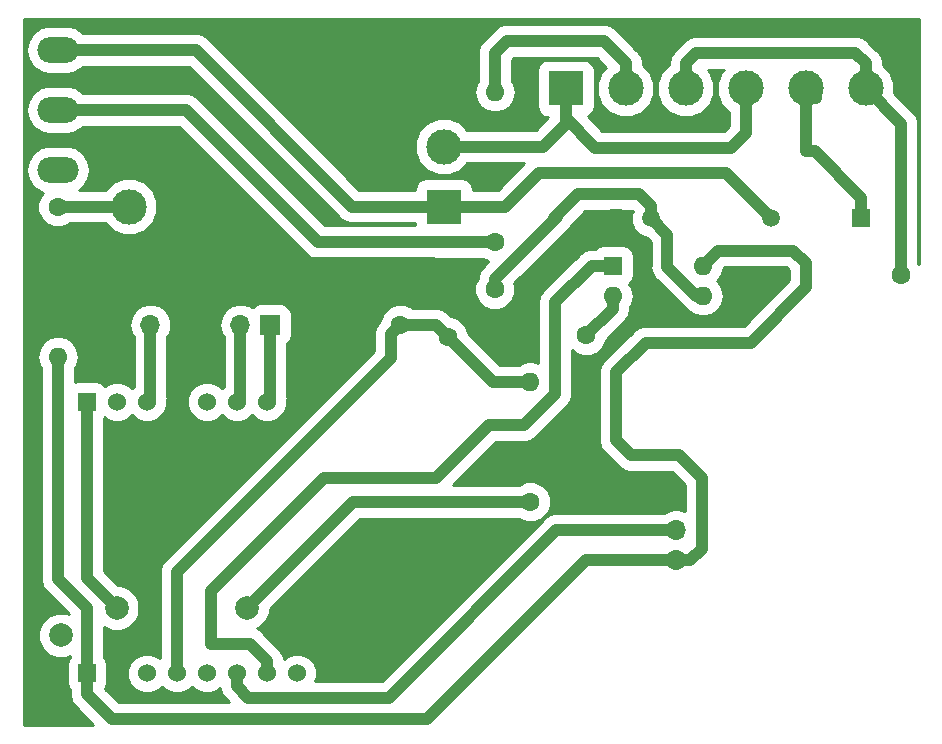
<source format=gbr>
G04 #@! TF.GenerationSoftware,KiCad,Pcbnew,(5.0.1)-4*
G04 #@! TF.CreationDate,2019-08-11T16:43:12+02:00*
G04 #@! TF.ProjectId,Portier_connecte,506F72746965725F636F6E6E65637465,rev?*
G04 #@! TF.SameCoordinates,PX93d1cc0PY754d4c0*
G04 #@! TF.FileFunction,Copper,L2,Bot,Signal*
G04 #@! TF.FilePolarity,Positive*
%FSLAX46Y46*%
G04 Gerber Fmt 4.6, Leading zero omitted, Abs format (unit mm)*
G04 Created by KiCad (PCBNEW (5.0.1)-4) date 11/08/2019 16:43:12*
%MOMM*%
%LPD*%
G01*
G04 APERTURE LIST*
G04 #@! TA.AperFunction,ComponentPad*
%ADD10C,1.600000*%
G04 #@! TD*
G04 #@! TA.AperFunction,ComponentPad*
%ADD11O,1.600000X1.600000*%
G04 #@! TD*
G04 #@! TA.AperFunction,ComponentPad*
%ADD12R,1.700000X1.700000*%
G04 #@! TD*
G04 #@! TA.AperFunction,ComponentPad*
%ADD13O,1.700000X1.700000*%
G04 #@! TD*
G04 #@! TA.AperFunction,ComponentPad*
%ADD14C,3.000000*%
G04 #@! TD*
G04 #@! TA.AperFunction,ComponentPad*
%ADD15R,3.000000X3.000000*%
G04 #@! TD*
G04 #@! TA.AperFunction,ComponentPad*
%ADD16C,1.508000*%
G04 #@! TD*
G04 #@! TA.AperFunction,ComponentPad*
%ADD17R,1.508000X1.508000*%
G04 #@! TD*
G04 #@! TA.AperFunction,ComponentPad*
%ADD18C,1.524000*%
G04 #@! TD*
G04 #@! TA.AperFunction,ComponentPad*
%ADD19R,1.524000X1.524000*%
G04 #@! TD*
G04 #@! TA.AperFunction,ComponentPad*
%ADD20R,1.600000X1.600000*%
G04 #@! TD*
G04 #@! TA.AperFunction,ComponentPad*
%ADD21O,3.500000X2.200000*%
G04 #@! TD*
G04 #@! TA.AperFunction,ViaPad*
%ADD22C,2.000000*%
G04 #@! TD*
G04 #@! TA.AperFunction,Conductor*
%ADD23C,1.000000*%
G04 #@! TD*
G04 #@! TA.AperFunction,Conductor*
%ADD24C,0.254000*%
G04 #@! TD*
G04 APERTURE END LIST*
D10*
G04 #@! TO.P,F1,1*
G04 #@! TO.N,Net-(F1-Pad1)*
X-37000000Y42000000D03*
D11*
G04 #@! TO.P,F1,2*
G04 #@! TO.N,Net-(F1-Pad2)*
X-37000000Y54700000D03*
G04 #@! TD*
D10*
G04 #@! TO.P,C1,1*
G04 #@! TO.N,Net-(C1-Pad1)*
X-41000000Y34000000D03*
G04 #@! TO.P,C1,2*
G04 #@! TO.N,GND*
X-36000000Y34000000D03*
G04 #@! TD*
D11*
G04 #@! TO.P,F2,2*
G04 #@! TO.N,+5V*
X-74000000Y32300000D03*
D10*
G04 #@! TO.P,F2,1*
G04 #@! TO.N,Net-(F2-Pad1)*
X-74000000Y45000000D03*
G04 #@! TD*
D12*
G04 #@! TO.P,J1,1*
G04 #@! TO.N,Net-(J1-Pad1)*
X-56000000Y35000000D03*
D13*
G04 #@! TO.P,J1,2*
G04 #@! TO.N,Net-(J1-Pad2)*
X-58540000Y35000000D03*
G04 #@! TO.P,J1,3*
G04 #@! TO.N,GND*
X-61080000Y35000000D03*
G04 #@! TO.P,J1,4*
X-63620000Y35000000D03*
G04 #@! TO.P,J1,5*
G04 #@! TO.N,Net-(J1-Pad5)*
X-66160000Y35000000D03*
G04 #@! TD*
D14*
G04 #@! TO.P,J2,2*
G04 #@! TO.N,Net-(F1-Pad2)*
X-25920000Y55000000D03*
G04 #@! TO.P,J2,3*
G04 #@! TO.N,Earth*
X-20840000Y55000000D03*
D15*
G04 #@! TO.P,J2,1*
G04 #@! TO.N,Net-(J2-Pad1)*
X-31000000Y55000000D03*
D14*
G04 #@! TO.P,J2,4*
X-15760000Y55000000D03*
G04 #@! TO.P,J2,5*
G04 #@! TO.N,Net-(J2-Pad5)*
X-10680000Y55000000D03*
G04 #@! TO.P,J2,6*
G04 #@! TO.N,Earth*
X-5600000Y55000000D03*
G04 #@! TD*
D16*
G04 #@! TO.P,K1,4*
G04 #@! TO.N,GND*
X-26320000Y44000000D03*
G04 #@! TO.P,K1,3*
G04 #@! TO.N,Net-(K1-Pad3)*
X-23780000Y44000000D03*
G04 #@! TO.P,K1,2*
G04 #@! TO.N,Net-(K1-Pad2)*
X-13620000Y44000000D03*
D17*
G04 #@! TO.P,K1,1*
G04 #@! TO.N,Net-(J2-Pad5)*
X-6000000Y44000000D03*
G04 #@! TD*
D12*
G04 #@! TO.P,PIR1,1*
G04 #@! TO.N,GND*
X-21650000Y20130000D03*
D13*
G04 #@! TO.P,PIR1,2*
G04 #@! TO.N,Net-(PIR1-Pad2)*
X-21650000Y17590000D03*
G04 #@! TO.P,PIR1,3*
G04 #@! TO.N,+5V*
X-21650000Y15050000D03*
G04 #@! TD*
D14*
G04 #@! TO.P,PS1,3*
G04 #@! TO.N,GND*
X-68000000Y50080000D03*
G04 #@! TO.P,PS1,2*
G04 #@! TO.N,Net-(J2-Pad1)*
X-41330000Y50080000D03*
G04 #@! TO.P,PS1,4*
G04 #@! TO.N,Net-(F2-Pad1)*
X-68000000Y45000000D03*
D15*
G04 #@! TO.P,PS1,1*
G04 #@! TO.N,Net-(K1-Pad2)*
X-41330000Y45000000D03*
G04 #@! TD*
D10*
G04 #@! TO.P,R1,1*
G04 #@! TO.N,Net-(C1-Pad1)*
X-45000000Y35000000D03*
D11*
G04 #@! TO.P,R1,2*
G04 #@! TO.N,GND*
X-50080000Y35000000D03*
G04 #@! TD*
D10*
G04 #@! TO.P,R2,1*
G04 #@! TO.N,+3V3*
X-34000000Y20000000D03*
D11*
G04 #@! TO.P,R2,2*
G04 #@! TO.N,Net-(C1-Pad1)*
X-34000000Y30160000D03*
G04 #@! TD*
G04 #@! TO.P,R3,2*
G04 #@! TO.N,GND*
X-47160000Y38000000D03*
D10*
G04 #@! TO.P,R3,1*
G04 #@! TO.N,Net-(K1-Pad3)*
X-37000000Y38000000D03*
G04 #@! TD*
G04 #@! TO.P,R4,1*
G04 #@! TO.N,Net-(R4-Pad1)*
X-29270000Y34100000D03*
D11*
G04 #@! TO.P,R4,2*
G04 #@! TO.N,GND*
X-29270000Y23940000D03*
G04 #@! TD*
D18*
G04 #@! TO.P,U1,1*
G04 #@! TO.N,GND*
X-53740000Y28490000D03*
G04 #@! TO.P,U1,2*
G04 #@! TO.N,Net-(J1-Pad1)*
X-56280000Y28490000D03*
G04 #@! TO.P,U1,3*
G04 #@! TO.N,Net-(J1-Pad2)*
X-58820000Y28490000D03*
G04 #@! TO.P,U1,4*
G04 #@! TO.N,Net-(U1-Pad4)*
X-61360000Y28490000D03*
G04 #@! TO.P,U1,5*
G04 #@! TO.N,GND*
X-63900000Y28490000D03*
G04 #@! TO.P,U1,6*
G04 #@! TO.N,Net-(J1-Pad5)*
X-66440000Y28490000D03*
G04 #@! TO.P,U1,7*
G04 #@! TO.N,Net-(U1-Pad7)*
X-68980000Y28490000D03*
D19*
G04 #@! TO.P,U1,8*
G04 #@! TO.N,+3V3*
X-71520000Y28490000D03*
G04 #@! TO.P,U1,9*
G04 #@! TO.N,+5V*
X-71550000Y5470000D03*
D18*
G04 #@! TO.P,U1,10*
G04 #@! TO.N,GND*
X-69010000Y5470000D03*
G04 #@! TO.P,U1,11*
G04 #@! TO.N,Net-(U1-Pad11)*
X-66470000Y5470000D03*
G04 #@! TO.P,U1,12*
G04 #@! TO.N,Net-(C1-Pad1)*
X-63930000Y5470000D03*
G04 #@! TO.P,U1,13*
G04 #@! TO.N,Net-(U1-Pad13)*
X-61390000Y5470000D03*
G04 #@! TO.P,U1,14*
G04 #@! TO.N,Net-(PIR1-Pad2)*
X-58850000Y5470000D03*
G04 #@! TO.P,U1,15*
G04 #@! TO.N,Net-(U1-Pad15)*
X-56310000Y5470000D03*
G04 #@! TO.P,U1,16*
G04 #@! TO.N,Net-(U1-Pad16)*
X-53770000Y5470000D03*
G04 #@! TD*
D20*
G04 #@! TO.P,U2,1*
G04 #@! TO.N,Net-(U1-Pad15)*
X-27000000Y40000000D03*
D11*
G04 #@! TO.P,U2,3*
G04 #@! TO.N,Net-(K1-Pad3)*
X-19380000Y37460000D03*
G04 #@! TO.P,U2,2*
G04 #@! TO.N,Net-(R4-Pad1)*
X-27000000Y37460000D03*
G04 #@! TO.P,U2,4*
G04 #@! TO.N,+5V*
X-19380000Y40000000D03*
G04 #@! TD*
D10*
G04 #@! TO.P,JP1,1*
G04 #@! TO.N,Earth*
X-2600000Y39180000D03*
D11*
G04 #@! TO.P,JP1,2*
G04 #@! TO.N,GND*
X-12760000Y39180000D03*
G04 #@! TD*
D21*
G04 #@! TO.P,SW1,1*
G04 #@! TO.N,Net-(K1-Pad2)*
X-74000000Y58270000D03*
G04 #@! TO.P,SW1,3*
G04 #@! TO.N,Net-(SW1-Pad3)*
X-74000000Y48110000D03*
G04 #@! TO.P,SW1,2*
G04 #@! TO.N,Net-(F1-Pad1)*
X-74000000Y53190000D03*
G04 #@! TD*
D22*
G04 #@! TO.N,*
X-73720000Y8700000D03*
G04 #@! TO.N,+3V3*
X-58000000Y11000000D03*
X-69000000Y11000000D03*
G04 #@! TD*
D23*
G04 #@! TO.N,Net-(C1-Pad1)*
X-45799999Y34200001D02*
X-45799999Y32200001D01*
X-45000000Y35000000D02*
X-45799999Y34200001D01*
X-63930000Y14070000D02*
X-63930000Y5470000D01*
X-45799999Y32200001D02*
X-63930000Y14070000D01*
X-42000000Y35000000D02*
X-41000000Y34000000D01*
X-45000000Y35000000D02*
X-42000000Y35000000D01*
X-37160000Y30160000D02*
X-34000000Y30160000D01*
X-41000000Y34000000D02*
X-37160000Y30160000D01*
G04 #@! TO.N,GND*
X-63620000Y45700000D02*
X-68000000Y50080000D01*
X-63620000Y35000000D02*
X-63620000Y45700000D01*
X-63620000Y28770000D02*
X-63900000Y28490000D01*
X-63620000Y35000000D02*
X-63620000Y28770000D01*
X-63620000Y35000000D02*
X-61080000Y35000000D01*
X-63900000Y27412370D02*
X-62487630Y26000000D01*
X-63900000Y28490000D02*
X-63900000Y27412370D01*
X-62487630Y26000000D02*
X-55000000Y26000000D01*
X-53740000Y27260000D02*
X-53740000Y28490000D01*
X-55000000Y26000000D02*
X-53740000Y27260000D01*
X-62487630Y26000000D02*
X-66000000Y22487630D01*
X-66000000Y10000000D02*
X-68000000Y8000000D01*
X-66000000Y22487630D02*
X-66000000Y10000000D01*
X-69010000Y6547630D02*
X-69010000Y5470000D01*
X-69010000Y7750000D02*
X-69010000Y6547630D01*
X-68760000Y8000000D02*
X-69010000Y7750000D01*
X-68000000Y8000000D02*
X-68760000Y8000000D01*
X-53740000Y31340000D02*
X-53740000Y28490000D01*
X-50080000Y35000000D02*
X-53740000Y31340000D01*
X-50080000Y35000000D02*
X-50080000Y36920000D01*
X-49000000Y38000000D02*
X-47160000Y38000000D01*
X-50080000Y36920000D02*
X-49000000Y38000000D01*
X-36799999Y34799999D02*
X-36000000Y34000000D01*
X-38100001Y36100001D02*
X-36799999Y34799999D01*
X-40554403Y36100001D02*
X-38100001Y36100001D01*
X-42454402Y38000000D02*
X-40554403Y36100001D01*
X-47160000Y38000000D02*
X-42454402Y38000000D01*
X-36200001Y34799999D02*
X-36799999Y34799999D01*
X-66699999Y14496001D02*
X-66699999Y9895999D01*
X-42199991Y40199991D02*
X-52745589Y40199991D01*
X-52745589Y28450411D02*
X-66699999Y14496001D01*
X-52745589Y40199991D02*
X-52745589Y28450411D01*
X-36000000Y34000000D02*
X-42199991Y40199991D01*
X-26573991Y44253991D02*
X-26320000Y44000000D01*
X-27091607Y44253991D02*
X-26573991Y44253991D01*
X-35200001Y36145597D02*
X-27091607Y44253991D01*
X-35200001Y34799999D02*
X-35200001Y36145597D01*
X-36000000Y34000000D02*
X-35200001Y34799999D01*
X-15300000Y39180000D02*
X-12760000Y39180000D01*
X-16840000Y36891998D02*
X-16840000Y37640000D01*
X-18452009Y35279989D02*
X-16840000Y36891998D01*
X-20307991Y35279989D02*
X-18452009Y35279989D01*
X-16840000Y37640000D02*
X-15300000Y39180000D01*
X-24765921Y41379604D02*
X-24765921Y39737919D01*
X-24765921Y39737919D02*
X-20307991Y35279989D01*
X-29270000Y22670000D02*
X-26730000Y20130000D01*
X-29270000Y23940000D02*
X-29270000Y22670000D01*
X-21650000Y20130000D02*
X-26730000Y20130000D01*
X-29270000Y30991998D02*
X-29270000Y23940000D01*
X-24765921Y39737919D02*
X-24765921Y35496077D01*
X-24765921Y35496077D02*
X-29270000Y30991998D01*
X-26320000Y42933683D02*
X-24765921Y41379604D01*
X-26320000Y42933683D02*
X-26320000Y44000000D01*
G04 #@! TO.N,Net-(F1-Pad1)*
X-63190000Y53190000D02*
X-74000000Y53190000D01*
X-37000000Y42000000D02*
X-52000000Y42000000D01*
X-52000000Y42000000D02*
X-63190000Y53190000D01*
G04 #@! TO.N,Net-(F1-Pad2)*
X-37000000Y58000000D02*
X-37000000Y54700000D01*
X-36000000Y59000000D02*
X-37000000Y58000000D01*
X-27798680Y59000000D02*
X-36000000Y59000000D01*
X-25920000Y55000000D02*
X-25920000Y57121320D01*
X-25920000Y57121320D02*
X-27798680Y59000000D01*
G04 #@! TO.N,+5V*
X-69449989Y1607989D02*
X-42712011Y1607989D01*
X-71550000Y5470000D02*
X-71550000Y3708000D01*
X-71550000Y3708000D02*
X-69449989Y1607989D01*
X-29270000Y15050000D02*
X-21650000Y15050000D01*
X-42712011Y1607989D02*
X-29270000Y15050000D01*
X-19499999Y22020001D02*
X-19499999Y15997920D01*
X-21419998Y23940000D02*
X-19499999Y22020001D01*
X-25460000Y23940000D02*
X-21419998Y23940000D01*
X-26730000Y25210000D02*
X-25460000Y23940000D01*
X-26730000Y30986400D02*
X-26730000Y25210000D01*
X-24236421Y33479979D02*
X-26730000Y30986400D01*
X-20447919Y15050000D02*
X-21650000Y15050000D01*
X-19380000Y40000000D02*
X-18099999Y41280001D01*
X-18099999Y41280001D02*
X-11751999Y41280001D01*
X-19499999Y15997920D02*
X-20447919Y15050000D01*
X-11751999Y41280001D02*
X-10659999Y40188001D01*
X-10659999Y40188001D02*
X-10659999Y38171999D01*
X-10659999Y38171999D02*
X-15352019Y33479979D01*
X-15352019Y33479979D02*
X-24236421Y33479979D01*
X-74000000Y32300000D02*
X-74000000Y13454402D01*
X-71550000Y11004402D02*
X-71550000Y5470000D01*
X-74000000Y13454402D02*
X-71550000Y11004402D01*
G04 #@! TO.N,Net-(F2-Pad1)*
X-68000000Y45000000D02*
X-74000000Y45000000D01*
G04 #@! TO.N,Net-(J1-Pad1)*
X-56000000Y28770000D02*
X-56280000Y28490000D01*
X-56000000Y35000000D02*
X-56000000Y28770000D01*
G04 #@! TO.N,Net-(J1-Pad2)*
X-58540000Y28770000D02*
X-58820000Y28490000D01*
X-58540000Y35000000D02*
X-58540000Y28770000D01*
G04 #@! TO.N,Net-(J1-Pad5)*
X-66160000Y28770000D02*
X-66440000Y28490000D01*
X-66160000Y35000000D02*
X-66160000Y28770000D01*
G04 #@! TO.N,Earth*
X-5600000Y57121320D02*
X-5600000Y55000000D01*
X-6478680Y58000000D02*
X-5600000Y57121320D01*
X-19961320Y58000000D02*
X-6478680Y58000000D01*
X-20840000Y57121320D02*
X-19961320Y58000000D01*
X-20840000Y55000000D02*
X-20840000Y57121320D01*
X-2600000Y52000000D02*
X-5600000Y55000000D01*
X-2600000Y39180000D02*
X-2600000Y52000000D01*
G04 #@! TO.N,Net-(J2-Pad1)*
X-15760000Y51240000D02*
X-15760000Y55000000D01*
X-17000000Y50000000D02*
X-15760000Y51240000D01*
X-28500000Y50000000D02*
X-17000000Y50000000D01*
X-31000000Y52500000D02*
X-28500000Y50000000D01*
X-31000000Y55000000D02*
X-31000000Y52500000D01*
X-32920000Y50080000D02*
X-41330000Y50080000D01*
X-31000000Y52500000D02*
X-31000000Y52000000D01*
X-31000000Y52000000D02*
X-32920000Y50080000D01*
G04 #@! TO.N,Net-(J2-Pad5)*
X-9840000Y54160000D02*
X-10680000Y55000000D01*
X-10680000Y55000000D02*
X-10680000Y49680000D01*
X-6000000Y45754000D02*
X-6000000Y44000000D01*
X-9926000Y49680000D02*
X-6000000Y45754000D01*
X-10680000Y49680000D02*
X-9926000Y49680000D01*
G04 #@! TO.N,Net-(K1-Pad3)*
X-23780000Y45066317D02*
X-23780000Y44000000D01*
X-24767684Y46054001D02*
X-23780000Y45066317D01*
X-29945999Y46054001D02*
X-24767684Y46054001D01*
X-19942404Y37460000D02*
X-19380000Y37460000D01*
X-22389990Y39907586D02*
X-19942404Y37460000D01*
X-22389990Y42609990D02*
X-22389990Y39907586D01*
X-23780000Y44000000D02*
X-22389990Y42609990D01*
X-31740000Y44151998D02*
X-31740000Y44260000D01*
X-37000000Y38891998D02*
X-31740000Y44151998D01*
X-37000000Y38000000D02*
X-37000000Y38891998D01*
X-32000000Y44000000D02*
X-31740000Y44260000D01*
X-31740000Y44260000D02*
X-29945999Y46054001D01*
G04 #@! TO.N,Net-(PIR1-Pad2)*
X-31810000Y17590000D02*
X-21650000Y17590000D01*
X-45992001Y3407999D02*
X-31810000Y17590000D01*
X-57865629Y3407999D02*
X-45992001Y3407999D01*
X-58850000Y5470000D02*
X-58850000Y4392370D01*
X-58850000Y4392370D02*
X-57865629Y3407999D01*
G04 #@! TO.N,+3V3*
X-71520000Y28490000D02*
X-71520000Y13520000D01*
X-71520000Y13520000D02*
X-69000000Y11000000D01*
X-49000000Y20000000D02*
X-58000000Y11000000D01*
X-34000000Y20000000D02*
X-49000000Y20000000D01*
G04 #@! TO.N,Net-(R4-Pad1)*
X-27000000Y36370000D02*
X-29270000Y34100000D01*
X-27000000Y37460000D02*
X-27000000Y36370000D01*
G04 #@! TO.N,Net-(U1-Pad15)*
X-56310000Y6547630D02*
X-56310000Y5470000D01*
X-57762370Y8000000D02*
X-56310000Y6547630D01*
X-61000000Y12454402D02*
X-61000000Y8000000D01*
X-51454402Y22000000D02*
X-61000000Y12454402D01*
X-42000000Y22000000D02*
X-51454402Y22000000D01*
X-34571998Y26480000D02*
X-37520000Y26480000D01*
X-61000000Y8000000D02*
X-57762370Y8000000D01*
X-37520000Y26480000D02*
X-42000000Y22000000D01*
X-28800000Y40000000D02*
X-27000000Y40000000D01*
X-31899999Y36900001D02*
X-28800000Y40000000D01*
X-31899999Y29151999D02*
X-31899999Y36900001D01*
X-34571998Y26480000D02*
X-31899999Y29151999D01*
G04 #@! TO.N,Net-(K1-Pad2)*
X-41330000Y45000000D02*
X-41000000Y45000000D01*
X-74000000Y58270000D02*
X-62330000Y58270000D01*
X-49060000Y45000000D02*
X-41330000Y45000000D01*
X-62330000Y58270000D02*
X-49060000Y45000000D01*
X-41330000Y45000000D02*
X-36150000Y45000000D01*
X-14373999Y44753999D02*
X-13620000Y44000000D01*
X-17474011Y47854011D02*
X-14373999Y44753999D01*
X-33295989Y47854011D02*
X-17474011Y47854011D01*
X-36150000Y45000000D02*
X-33295989Y47854011D01*
G04 #@! TD*
D24*
G04 #@! TO.N,GND*
G36*
X-1127000Y40136732D02*
X-1135920Y40158267D01*
X-1173000Y40195347D01*
X-1173000Y51859460D01*
X-1145045Y52000000D01*
X-1173000Y52140540D01*
X-1173000Y52140544D01*
X-1255796Y52556788D01*
X-1571191Y53028809D01*
X-1690337Y53108420D01*
X-3173000Y54591082D01*
X-3173000Y55482760D01*
X-3542489Y56374785D01*
X-4168933Y57001229D01*
X-4145045Y57121321D01*
X-4173000Y57261863D01*
X-4173000Y57261864D01*
X-4255796Y57678108D01*
X-4571192Y58150129D01*
X-4690341Y58229742D01*
X-5370256Y58909657D01*
X-5449871Y59028809D01*
X-5921892Y59344204D01*
X-6338136Y59427000D01*
X-6338140Y59427000D01*
X-6478680Y59454955D01*
X-6619220Y59427000D01*
X-19820780Y59427000D01*
X-19961321Y59454955D01*
X-20101861Y59427000D01*
X-20101864Y59427000D01*
X-20518108Y59344204D01*
X-20990129Y59028809D01*
X-21069744Y58909657D01*
X-21749659Y58229742D01*
X-21868808Y58150129D01*
X-21948420Y58030981D01*
X-22184204Y57678107D01*
X-22294955Y57121320D01*
X-22271067Y57001229D01*
X-22897511Y56374785D01*
X-23267000Y55482760D01*
X-23267000Y54517240D01*
X-22897511Y53625215D01*
X-22214785Y52942489D01*
X-21322760Y52573000D01*
X-20357240Y52573000D01*
X-19465215Y52942489D01*
X-18782489Y53625215D01*
X-18413000Y54517240D01*
X-18413000Y55482760D01*
X-18782489Y56374785D01*
X-18980704Y56573000D01*
X-17619296Y56573000D01*
X-17817511Y56374785D01*
X-18187000Y55482760D01*
X-18187000Y54517240D01*
X-17817511Y53625215D01*
X-17187000Y52994704D01*
X-17187000Y51831082D01*
X-17591082Y51427000D01*
X-27908917Y51427000D01*
X-29120559Y52638641D01*
X-28831670Y52831670D01*
X-28626785Y53138303D01*
X-28554839Y53500000D01*
X-28554839Y56500000D01*
X-28626785Y56861697D01*
X-28831670Y57168330D01*
X-29138303Y57373215D01*
X-29500000Y57445161D01*
X-32500000Y57445161D01*
X-32861697Y57373215D01*
X-33168330Y57168330D01*
X-33373215Y56861697D01*
X-33445161Y56500000D01*
X-33445161Y53500000D01*
X-33373215Y53138303D01*
X-33168330Y52831670D01*
X-32861697Y52626785D01*
X-32500000Y52554839D01*
X-32463243Y52554839D01*
X-33511081Y51507000D01*
X-39324704Y51507000D01*
X-39955215Y52137511D01*
X-40847240Y52507000D01*
X-41812760Y52507000D01*
X-42704785Y52137511D01*
X-43387511Y51454785D01*
X-43757000Y50562760D01*
X-43757000Y49597240D01*
X-43387511Y48705215D01*
X-42704785Y48022489D01*
X-41812760Y47653000D01*
X-40847240Y47653000D01*
X-39955215Y48022489D01*
X-39324704Y48653000D01*
X-34515082Y48653000D01*
X-36741081Y46427000D01*
X-38884839Y46427000D01*
X-38884839Y46500000D01*
X-38956785Y46861697D01*
X-39161670Y47168330D01*
X-39468303Y47373215D01*
X-39830000Y47445161D01*
X-42830000Y47445161D01*
X-43191697Y47373215D01*
X-43498330Y47168330D01*
X-43703215Y46861697D01*
X-43775161Y46500000D01*
X-43775161Y46427000D01*
X-48468917Y46427000D01*
X-56741918Y54700000D01*
X-38760833Y54700000D01*
X-38626798Y54026158D01*
X-38245097Y53454903D01*
X-37673842Y53073202D01*
X-37170091Y52973000D01*
X-36829909Y52973000D01*
X-36326158Y53073202D01*
X-35754903Y53454903D01*
X-35373202Y54026158D01*
X-35239167Y54700000D01*
X-35373202Y55373842D01*
X-35573000Y55672860D01*
X-35573000Y57408918D01*
X-35408918Y57573000D01*
X-28389761Y57573000D01*
X-27584529Y56767767D01*
X-27977511Y56374785D01*
X-28347000Y55482760D01*
X-28347000Y54517240D01*
X-27977511Y53625215D01*
X-27294785Y52942489D01*
X-26402760Y52573000D01*
X-25437240Y52573000D01*
X-24545215Y52942489D01*
X-23862489Y53625215D01*
X-23493000Y54517240D01*
X-23493000Y55482760D01*
X-23862489Y56374785D01*
X-24488933Y57001229D01*
X-24465045Y57121320D01*
X-24493000Y57261863D01*
X-24493000Y57261864D01*
X-24575796Y57678108D01*
X-24790877Y57999999D01*
X-24811579Y58030982D01*
X-24811580Y58030983D01*
X-24891191Y58150129D01*
X-25010338Y58229740D01*
X-26690256Y59909658D01*
X-26769871Y60028809D01*
X-27241892Y60344204D01*
X-27658136Y60427000D01*
X-27658140Y60427000D01*
X-27798680Y60454955D01*
X-27939220Y60427000D01*
X-35859460Y60427000D01*
X-36000000Y60454955D01*
X-36140540Y60427000D01*
X-36140544Y60427000D01*
X-36556788Y60344204D01*
X-36787125Y60190298D01*
X-36909662Y60108421D01*
X-36909663Y60108420D01*
X-37028809Y60028809D01*
X-37108421Y59909662D01*
X-37909660Y59108421D01*
X-38028809Y59028808D01*
X-38344204Y58556787D01*
X-38427000Y58140543D01*
X-38427000Y58140540D01*
X-38454955Y58000000D01*
X-38427000Y57859459D01*
X-38426999Y55672861D01*
X-38626798Y55373842D01*
X-38760833Y54700000D01*
X-56741918Y54700000D01*
X-61221576Y59179657D01*
X-61301191Y59298809D01*
X-61773212Y59614204D01*
X-62189456Y59697000D01*
X-62189460Y59697000D01*
X-62330000Y59724955D01*
X-62470540Y59697000D01*
X-71865640Y59697000D01*
X-71888615Y59731385D01*
X-72559104Y60179392D01*
X-73150359Y60297000D01*
X-74849641Y60297000D01*
X-75440896Y60179392D01*
X-76111385Y59731385D01*
X-76559392Y59060896D01*
X-76716711Y58270000D01*
X-76559392Y57479104D01*
X-76111385Y56808615D01*
X-75440896Y56360608D01*
X-74849641Y56243000D01*
X-73150359Y56243000D01*
X-72559104Y56360608D01*
X-71888615Y56808615D01*
X-71865640Y56843000D01*
X-62921081Y56843000D01*
X-50168420Y44090337D01*
X-50088809Y43971191D01*
X-49969663Y43891580D01*
X-49969662Y43891579D01*
X-49631503Y43665628D01*
X-49616788Y43655796D01*
X-49200544Y43573000D01*
X-49200541Y43573000D01*
X-49060000Y43545045D01*
X-48919460Y43573000D01*
X-43775161Y43573000D01*
X-43775161Y43500000D01*
X-43760640Y43427000D01*
X-51408917Y43427000D01*
X-62081576Y54099657D01*
X-62161191Y54218809D01*
X-62633212Y54534204D01*
X-63049456Y54617000D01*
X-63049460Y54617000D01*
X-63190000Y54644955D01*
X-63330540Y54617000D01*
X-71865640Y54617000D01*
X-71888615Y54651385D01*
X-72559104Y55099392D01*
X-73150359Y55217000D01*
X-74849641Y55217000D01*
X-75440896Y55099392D01*
X-76111385Y54651385D01*
X-76559392Y53980896D01*
X-76716711Y53190000D01*
X-76559392Y52399104D01*
X-76111385Y51728615D01*
X-75440896Y51280608D01*
X-74849641Y51163000D01*
X-73150359Y51163000D01*
X-72559104Y51280608D01*
X-71888615Y51728615D01*
X-71865640Y51763000D01*
X-63781081Y51763000D01*
X-53108420Y41090337D01*
X-53028809Y40971191D01*
X-52909663Y40891580D01*
X-52909662Y40891579D01*
X-52583796Y40673842D01*
X-52556788Y40655796D01*
X-52140544Y40573000D01*
X-52140541Y40573000D01*
X-52000000Y40545045D01*
X-51859460Y40573000D01*
X-38015347Y40573000D01*
X-37978267Y40535920D01*
X-37551098Y40358981D01*
X-37909659Y40000420D01*
X-38028808Y39920807D01*
X-38344204Y39448786D01*
X-38427000Y39032542D01*
X-38427000Y39032538D01*
X-38431269Y39011078D01*
X-38464080Y38978267D01*
X-38727000Y38343522D01*
X-38727000Y37656478D01*
X-38464080Y37021733D01*
X-37978267Y36535920D01*
X-37343522Y36273000D01*
X-36656478Y36273000D01*
X-36021733Y36535920D01*
X-35535920Y37021733D01*
X-35273000Y37656478D01*
X-35273000Y38343522D01*
X-35348389Y38525528D01*
X-30830335Y43043580D01*
X-30711192Y43123189D01*
X-30631582Y43242333D01*
X-30631580Y43242335D01*
X-30414095Y43567823D01*
X-29354917Y44627001D01*
X-25358765Y44627001D01*
X-25345347Y44613583D01*
X-25461000Y44334372D01*
X-25461000Y43665628D01*
X-25205083Y43047790D01*
X-24732210Y42574917D01*
X-24118997Y42320916D01*
X-23816990Y42018908D01*
X-23816989Y40048131D01*
X-23844945Y39907586D01*
X-23734194Y39350799D01*
X-23734193Y39350798D01*
X-23418798Y38878777D01*
X-23299649Y38799164D01*
X-21050826Y36550340D01*
X-20971213Y36431191D01*
X-20499192Y36115796D01*
X-20467270Y36109446D01*
X-20053842Y35833202D01*
X-19550091Y35733000D01*
X-19209909Y35733000D01*
X-18706158Y35833202D01*
X-18134903Y36214903D01*
X-17753202Y36786158D01*
X-17619167Y37460000D01*
X-17753202Y38133842D01*
X-18134903Y38705097D01*
X-18172173Y38730000D01*
X-18134903Y38754903D01*
X-17753202Y39326158D01*
X-17683042Y39678876D01*
X-17508917Y39853001D01*
X-12343080Y39853001D01*
X-12086999Y39596919D01*
X-12086998Y38763082D01*
X-15943100Y34906979D01*
X-24095881Y34906979D01*
X-24236422Y34934934D01*
X-24376962Y34906979D01*
X-24376965Y34906979D01*
X-24793209Y34824183D01*
X-25265230Y34508788D01*
X-25344842Y34389640D01*
X-27639660Y32094822D01*
X-27758809Y32015208D01*
X-28074204Y31543187D01*
X-28157000Y31126943D01*
X-28157000Y31126940D01*
X-28184955Y30986400D01*
X-28157000Y30845859D01*
X-28156999Y25350545D01*
X-28184955Y25210000D01*
X-28074204Y24653213D01*
X-28074203Y24653212D01*
X-27758808Y24181191D01*
X-27639659Y24101578D01*
X-26568422Y23030340D01*
X-26488809Y22911191D01*
X-26016788Y22595796D01*
X-25600544Y22513000D01*
X-25600541Y22513000D01*
X-25460001Y22485045D01*
X-25319460Y22513000D01*
X-22011079Y22513000D01*
X-20926999Y21428918D01*
X-20926999Y19244085D01*
X-20956649Y19263897D01*
X-21474983Y19367000D01*
X-21825017Y19367000D01*
X-22343351Y19263897D01*
X-22712858Y19017000D01*
X-31669460Y19017000D01*
X-31810001Y19044955D01*
X-31950541Y19017000D01*
X-31950544Y19017000D01*
X-32366788Y18934204D01*
X-32838809Y18618809D01*
X-32918422Y18499660D01*
X-46583082Y4834999D01*
X-52204866Y4834999D01*
X-52081000Y5134037D01*
X-52081000Y5805963D01*
X-52338135Y6426741D01*
X-52813259Y6901865D01*
X-53434037Y7159000D01*
X-54105963Y7159000D01*
X-54726741Y6901865D01*
X-54892529Y6736077D01*
X-54965796Y7104418D01*
X-55002267Y7159000D01*
X-55201580Y7457293D01*
X-55201582Y7457295D01*
X-55281192Y7576439D01*
X-55400336Y7656048D01*
X-56653947Y8909658D01*
X-56733561Y9028809D01*
X-57112349Y9281907D01*
X-56908442Y9366368D01*
X-56366368Y9908442D01*
X-56073000Y10616696D01*
X-56073000Y10908919D01*
X-48408918Y18573000D01*
X-35015347Y18573000D01*
X-34978267Y18535920D01*
X-34343522Y18273000D01*
X-33656478Y18273000D01*
X-33021733Y18535920D01*
X-32535920Y19021733D01*
X-32273000Y19656478D01*
X-32273000Y20343522D01*
X-32535920Y20978267D01*
X-33021733Y21464080D01*
X-33656478Y21727000D01*
X-34343522Y21727000D01*
X-34978267Y21464080D01*
X-35015347Y21427000D01*
X-40554919Y21427000D01*
X-36928917Y25053000D01*
X-34712538Y25053000D01*
X-34571998Y25025045D01*
X-34431458Y25053000D01*
X-34431454Y25053000D01*
X-34015210Y25135796D01*
X-33543189Y25451191D01*
X-33463574Y25570343D01*
X-30990337Y28043579D01*
X-30871191Y28123190D01*
X-30555795Y28595211D01*
X-30472999Y29011455D01*
X-30472999Y29011458D01*
X-30445044Y29151998D01*
X-30472999Y29292539D01*
X-30472999Y32860652D01*
X-30248267Y32635920D01*
X-29613522Y32373000D01*
X-28926478Y32373000D01*
X-28291733Y32635920D01*
X-27805920Y33121733D01*
X-27543000Y33756478D01*
X-27543000Y33808918D01*
X-26090337Y35261580D01*
X-25971191Y35341191D01*
X-25873016Y35488119D01*
X-25655796Y35813212D01*
X-25617638Y36005045D01*
X-25573000Y36229456D01*
X-25573000Y36229459D01*
X-25545045Y36370000D01*
X-25569413Y36492508D01*
X-25373202Y36786158D01*
X-25239167Y37460000D01*
X-25373202Y38133842D01*
X-25605887Y38482080D01*
X-25531670Y38531670D01*
X-25326785Y38838303D01*
X-25254839Y39200000D01*
X-25254839Y40800000D01*
X-25326785Y41161697D01*
X-25531670Y41468330D01*
X-25838303Y41673215D01*
X-26200000Y41745161D01*
X-27800000Y41745161D01*
X-28161697Y41673215D01*
X-28468330Y41468330D01*
X-28495946Y41427000D01*
X-28659460Y41427000D01*
X-28800000Y41454955D01*
X-28940540Y41427000D01*
X-28940544Y41427000D01*
X-29356788Y41344204D01*
X-29547446Y41216810D01*
X-29709662Y41108421D01*
X-29709663Y41108420D01*
X-29828809Y41028809D01*
X-29908420Y40909663D01*
X-32809658Y38008423D01*
X-32928807Y37928810D01*
X-33008419Y37809662D01*
X-33244203Y37456788D01*
X-33354954Y36900001D01*
X-33326998Y36759456D01*
X-33326999Y31786965D01*
X-33829909Y31887000D01*
X-34170091Y31887000D01*
X-34673842Y31786798D01*
X-34972860Y31587000D01*
X-36568918Y31587000D01*
X-39273000Y34291081D01*
X-39273000Y34343522D01*
X-39535920Y34978267D01*
X-40021733Y35464080D01*
X-40656478Y35727000D01*
X-40708918Y35727000D01*
X-40891577Y35909658D01*
X-40971191Y36028809D01*
X-41443212Y36344204D01*
X-41859456Y36427000D01*
X-41859460Y36427000D01*
X-42000000Y36454955D01*
X-42140540Y36427000D01*
X-43984653Y36427000D01*
X-44021733Y36464080D01*
X-44656478Y36727000D01*
X-45343522Y36727000D01*
X-45978267Y36464080D01*
X-46464080Y35978267D01*
X-46727000Y35343522D01*
X-46727000Y35296835D01*
X-46828808Y35228809D01*
X-47144203Y34756788D01*
X-47226999Y34340544D01*
X-47226999Y34340541D01*
X-47254954Y34200001D01*
X-47226999Y34059460D01*
X-47226998Y32791084D01*
X-64839659Y15178422D01*
X-64958809Y15098808D01*
X-65274204Y14626787D01*
X-65357000Y14210543D01*
X-65357000Y14210540D01*
X-65384955Y14070000D01*
X-65357000Y13929460D01*
X-65356999Y6745605D01*
X-65513259Y6901865D01*
X-66134037Y7159000D01*
X-66805963Y7159000D01*
X-67426741Y6901865D01*
X-67901865Y6426741D01*
X-68159000Y5805963D01*
X-68159000Y5134037D01*
X-67901865Y4513259D01*
X-67426741Y4038135D01*
X-66805963Y3781000D01*
X-66134037Y3781000D01*
X-65513259Y4038135D01*
X-65200000Y4351394D01*
X-64886741Y4038135D01*
X-64265963Y3781000D01*
X-63594037Y3781000D01*
X-62973259Y4038135D01*
X-62660000Y4351394D01*
X-62346741Y4038135D01*
X-61725963Y3781000D01*
X-61054037Y3781000D01*
X-60433259Y4038135D01*
X-60267471Y4203923D01*
X-60194204Y3835582D01*
X-59878808Y3363561D01*
X-59759660Y3283949D01*
X-59510701Y3034989D01*
X-68858907Y3034989D01*
X-70017098Y4193180D01*
X-69914785Y4346303D01*
X-69842839Y4708000D01*
X-69842839Y6232000D01*
X-69914785Y6593697D01*
X-70119670Y6900330D01*
X-70123000Y6902555D01*
X-70123000Y9397810D01*
X-70091558Y9366368D01*
X-69383304Y9073000D01*
X-68616696Y9073000D01*
X-67908442Y9366368D01*
X-67366368Y9908442D01*
X-67073000Y10616696D01*
X-67073000Y11383304D01*
X-67366368Y12091558D01*
X-67908442Y12633632D01*
X-68616696Y12927000D01*
X-68908918Y12927000D01*
X-70093000Y14111081D01*
X-70093000Y27057445D01*
X-70089670Y27059670D01*
X-70029030Y27150424D01*
X-69936741Y27058135D01*
X-69315963Y26801000D01*
X-68644037Y26801000D01*
X-68023259Y27058135D01*
X-67710000Y27371394D01*
X-67396741Y27058135D01*
X-66775963Y26801000D01*
X-66104037Y26801000D01*
X-65483259Y27058135D01*
X-65008135Y27533259D01*
X-64751000Y28154037D01*
X-64751000Y28538964D01*
X-64733000Y28629456D01*
X-64733000Y28629460D01*
X-64705045Y28770000D01*
X-64716176Y28825963D01*
X-63049000Y28825963D01*
X-63049000Y28154037D01*
X-62791865Y27533259D01*
X-62316741Y27058135D01*
X-61695963Y26801000D01*
X-61024037Y26801000D01*
X-60403259Y27058135D01*
X-60090000Y27371394D01*
X-59776741Y27058135D01*
X-59155963Y26801000D01*
X-58484037Y26801000D01*
X-57863259Y27058135D01*
X-57550000Y27371394D01*
X-57236741Y27058135D01*
X-56615963Y26801000D01*
X-55944037Y26801000D01*
X-55323259Y27058135D01*
X-54848135Y27533259D01*
X-54591000Y28154037D01*
X-54591000Y28538964D01*
X-54573000Y28629456D01*
X-54573000Y28629460D01*
X-54545045Y28770000D01*
X-54573000Y28910540D01*
X-54573000Y33420645D01*
X-54481670Y33481670D01*
X-54276785Y33788303D01*
X-54204839Y34150000D01*
X-54204839Y35850000D01*
X-54276785Y36211697D01*
X-54481670Y36518330D01*
X-54788303Y36723215D01*
X-55150000Y36795161D01*
X-56850000Y36795161D01*
X-57211697Y36723215D01*
X-57518330Y36518330D01*
X-57547806Y36474216D01*
X-57846649Y36673897D01*
X-58364983Y36777000D01*
X-58715017Y36777000D01*
X-59233351Y36673897D01*
X-59821145Y36281145D01*
X-60213897Y35693351D01*
X-60351813Y35000000D01*
X-60213897Y34306649D01*
X-59967000Y33937142D01*
X-59966999Y29731607D01*
X-60090000Y29608606D01*
X-60403259Y29921865D01*
X-61024037Y30179000D01*
X-61695963Y30179000D01*
X-62316741Y29921865D01*
X-62791865Y29446741D01*
X-63049000Y28825963D01*
X-64716176Y28825963D01*
X-64733000Y28910540D01*
X-64733000Y33937142D01*
X-64486103Y34306649D01*
X-64348187Y35000000D01*
X-64486103Y35693351D01*
X-64878855Y36281145D01*
X-65466649Y36673897D01*
X-65984983Y36777000D01*
X-66335017Y36777000D01*
X-66853351Y36673897D01*
X-67441145Y36281145D01*
X-67833897Y35693351D01*
X-67971813Y35000000D01*
X-67833897Y34306649D01*
X-67587000Y33937142D01*
X-67586999Y29731607D01*
X-67710000Y29608606D01*
X-68023259Y29921865D01*
X-68644037Y30179000D01*
X-69315963Y30179000D01*
X-69936741Y29921865D01*
X-70029030Y29829576D01*
X-70089670Y29920330D01*
X-70396303Y30125215D01*
X-70758000Y30197161D01*
X-72282000Y30197161D01*
X-72573000Y30139278D01*
X-72573000Y31327140D01*
X-72373202Y31626158D01*
X-72239167Y32300000D01*
X-72373202Y32973842D01*
X-72754903Y33545097D01*
X-73326158Y33926798D01*
X-73829909Y34027000D01*
X-74170091Y34027000D01*
X-74673842Y33926798D01*
X-75245097Y33545097D01*
X-75626798Y32973842D01*
X-75760833Y32300000D01*
X-75626798Y31626158D01*
X-75427000Y31327140D01*
X-75426999Y13594947D01*
X-75454955Y13454402D01*
X-75344204Y12897615D01*
X-75344203Y12897614D01*
X-75028808Y12425593D01*
X-74909659Y12345980D01*
X-73087431Y10523751D01*
X-73336696Y10627000D01*
X-74103304Y10627000D01*
X-74811558Y10333632D01*
X-75353632Y9791558D01*
X-75647000Y9083304D01*
X-75647000Y8316696D01*
X-75353632Y7608442D01*
X-74811558Y7066368D01*
X-74103304Y6773000D01*
X-73336696Y6773000D01*
X-72976999Y6921991D01*
X-72976999Y6902556D01*
X-72980330Y6900330D01*
X-73185215Y6593697D01*
X-73257161Y6232000D01*
X-73257161Y4708000D01*
X-73185215Y4346303D01*
X-72980330Y4039670D01*
X-72976999Y4037444D01*
X-72976999Y3848545D01*
X-73004955Y3708000D01*
X-72894204Y3151213D01*
X-72894203Y3151212D01*
X-72578808Y2679191D01*
X-72459659Y2599578D01*
X-70987082Y1127000D01*
X-76873000Y1127000D01*
X-76873000Y48110000D01*
X-76716711Y48110000D01*
X-76559392Y47319104D01*
X-76111385Y46648615D01*
X-75440896Y46200608D01*
X-75274781Y46167566D01*
X-75464080Y45978267D01*
X-75727000Y45343522D01*
X-75727000Y44656478D01*
X-75464080Y44021733D01*
X-74978267Y43535920D01*
X-74343522Y43273000D01*
X-73656478Y43273000D01*
X-73021733Y43535920D01*
X-72984653Y43573000D01*
X-70005296Y43573000D01*
X-69374785Y42942489D01*
X-68482760Y42573000D01*
X-67517240Y42573000D01*
X-66625215Y42942489D01*
X-65942489Y43625215D01*
X-65573000Y44517240D01*
X-65573000Y45482760D01*
X-65942489Y46374785D01*
X-66625215Y47057511D01*
X-67517240Y47427000D01*
X-68482760Y47427000D01*
X-69374785Y47057511D01*
X-70005296Y46427000D01*
X-72220285Y46427000D01*
X-71888615Y46648615D01*
X-71440608Y47319104D01*
X-71283289Y48110000D01*
X-71440608Y48900896D01*
X-71888615Y49571385D01*
X-72559104Y50019392D01*
X-73150359Y50137000D01*
X-74849641Y50137000D01*
X-75440896Y50019392D01*
X-76111385Y49571385D01*
X-76559392Y48900896D01*
X-76716711Y48110000D01*
X-76873000Y48110000D01*
X-76873000Y60873000D01*
X-1127000Y60873000D01*
X-1127000Y40136732D01*
X-1127000Y40136732D01*
G37*
X-1127000Y40136732D02*
X-1135920Y40158267D01*
X-1173000Y40195347D01*
X-1173000Y51859460D01*
X-1145045Y52000000D01*
X-1173000Y52140540D01*
X-1173000Y52140544D01*
X-1255796Y52556788D01*
X-1571191Y53028809D01*
X-1690337Y53108420D01*
X-3173000Y54591082D01*
X-3173000Y55482760D01*
X-3542489Y56374785D01*
X-4168933Y57001229D01*
X-4145045Y57121321D01*
X-4173000Y57261863D01*
X-4173000Y57261864D01*
X-4255796Y57678108D01*
X-4571192Y58150129D01*
X-4690341Y58229742D01*
X-5370256Y58909657D01*
X-5449871Y59028809D01*
X-5921892Y59344204D01*
X-6338136Y59427000D01*
X-6338140Y59427000D01*
X-6478680Y59454955D01*
X-6619220Y59427000D01*
X-19820780Y59427000D01*
X-19961321Y59454955D01*
X-20101861Y59427000D01*
X-20101864Y59427000D01*
X-20518108Y59344204D01*
X-20990129Y59028809D01*
X-21069744Y58909657D01*
X-21749659Y58229742D01*
X-21868808Y58150129D01*
X-21948420Y58030981D01*
X-22184204Y57678107D01*
X-22294955Y57121320D01*
X-22271067Y57001229D01*
X-22897511Y56374785D01*
X-23267000Y55482760D01*
X-23267000Y54517240D01*
X-22897511Y53625215D01*
X-22214785Y52942489D01*
X-21322760Y52573000D01*
X-20357240Y52573000D01*
X-19465215Y52942489D01*
X-18782489Y53625215D01*
X-18413000Y54517240D01*
X-18413000Y55482760D01*
X-18782489Y56374785D01*
X-18980704Y56573000D01*
X-17619296Y56573000D01*
X-17817511Y56374785D01*
X-18187000Y55482760D01*
X-18187000Y54517240D01*
X-17817511Y53625215D01*
X-17187000Y52994704D01*
X-17187000Y51831082D01*
X-17591082Y51427000D01*
X-27908917Y51427000D01*
X-29120559Y52638641D01*
X-28831670Y52831670D01*
X-28626785Y53138303D01*
X-28554839Y53500000D01*
X-28554839Y56500000D01*
X-28626785Y56861697D01*
X-28831670Y57168330D01*
X-29138303Y57373215D01*
X-29500000Y57445161D01*
X-32500000Y57445161D01*
X-32861697Y57373215D01*
X-33168330Y57168330D01*
X-33373215Y56861697D01*
X-33445161Y56500000D01*
X-33445161Y53500000D01*
X-33373215Y53138303D01*
X-33168330Y52831670D01*
X-32861697Y52626785D01*
X-32500000Y52554839D01*
X-32463243Y52554839D01*
X-33511081Y51507000D01*
X-39324704Y51507000D01*
X-39955215Y52137511D01*
X-40847240Y52507000D01*
X-41812760Y52507000D01*
X-42704785Y52137511D01*
X-43387511Y51454785D01*
X-43757000Y50562760D01*
X-43757000Y49597240D01*
X-43387511Y48705215D01*
X-42704785Y48022489D01*
X-41812760Y47653000D01*
X-40847240Y47653000D01*
X-39955215Y48022489D01*
X-39324704Y48653000D01*
X-34515082Y48653000D01*
X-36741081Y46427000D01*
X-38884839Y46427000D01*
X-38884839Y46500000D01*
X-38956785Y46861697D01*
X-39161670Y47168330D01*
X-39468303Y47373215D01*
X-39830000Y47445161D01*
X-42830000Y47445161D01*
X-43191697Y47373215D01*
X-43498330Y47168330D01*
X-43703215Y46861697D01*
X-43775161Y46500000D01*
X-43775161Y46427000D01*
X-48468917Y46427000D01*
X-56741918Y54700000D01*
X-38760833Y54700000D01*
X-38626798Y54026158D01*
X-38245097Y53454903D01*
X-37673842Y53073202D01*
X-37170091Y52973000D01*
X-36829909Y52973000D01*
X-36326158Y53073202D01*
X-35754903Y53454903D01*
X-35373202Y54026158D01*
X-35239167Y54700000D01*
X-35373202Y55373842D01*
X-35573000Y55672860D01*
X-35573000Y57408918D01*
X-35408918Y57573000D01*
X-28389761Y57573000D01*
X-27584529Y56767767D01*
X-27977511Y56374785D01*
X-28347000Y55482760D01*
X-28347000Y54517240D01*
X-27977511Y53625215D01*
X-27294785Y52942489D01*
X-26402760Y52573000D01*
X-25437240Y52573000D01*
X-24545215Y52942489D01*
X-23862489Y53625215D01*
X-23493000Y54517240D01*
X-23493000Y55482760D01*
X-23862489Y56374785D01*
X-24488933Y57001229D01*
X-24465045Y57121320D01*
X-24493000Y57261863D01*
X-24493000Y57261864D01*
X-24575796Y57678108D01*
X-24790877Y57999999D01*
X-24811579Y58030982D01*
X-24811580Y58030983D01*
X-24891191Y58150129D01*
X-25010338Y58229740D01*
X-26690256Y59909658D01*
X-26769871Y60028809D01*
X-27241892Y60344204D01*
X-27658136Y60427000D01*
X-27658140Y60427000D01*
X-27798680Y60454955D01*
X-27939220Y60427000D01*
X-35859460Y60427000D01*
X-36000000Y60454955D01*
X-36140540Y60427000D01*
X-36140544Y60427000D01*
X-36556788Y60344204D01*
X-36787125Y60190298D01*
X-36909662Y60108421D01*
X-36909663Y60108420D01*
X-37028809Y60028809D01*
X-37108421Y59909662D01*
X-37909660Y59108421D01*
X-38028809Y59028808D01*
X-38344204Y58556787D01*
X-38427000Y58140543D01*
X-38427000Y58140540D01*
X-38454955Y58000000D01*
X-38427000Y57859459D01*
X-38426999Y55672861D01*
X-38626798Y55373842D01*
X-38760833Y54700000D01*
X-56741918Y54700000D01*
X-61221576Y59179657D01*
X-61301191Y59298809D01*
X-61773212Y59614204D01*
X-62189456Y59697000D01*
X-62189460Y59697000D01*
X-62330000Y59724955D01*
X-62470540Y59697000D01*
X-71865640Y59697000D01*
X-71888615Y59731385D01*
X-72559104Y60179392D01*
X-73150359Y60297000D01*
X-74849641Y60297000D01*
X-75440896Y60179392D01*
X-76111385Y59731385D01*
X-76559392Y59060896D01*
X-76716711Y58270000D01*
X-76559392Y57479104D01*
X-76111385Y56808615D01*
X-75440896Y56360608D01*
X-74849641Y56243000D01*
X-73150359Y56243000D01*
X-72559104Y56360608D01*
X-71888615Y56808615D01*
X-71865640Y56843000D01*
X-62921081Y56843000D01*
X-50168420Y44090337D01*
X-50088809Y43971191D01*
X-49969663Y43891580D01*
X-49969662Y43891579D01*
X-49631503Y43665628D01*
X-49616788Y43655796D01*
X-49200544Y43573000D01*
X-49200541Y43573000D01*
X-49060000Y43545045D01*
X-48919460Y43573000D01*
X-43775161Y43573000D01*
X-43775161Y43500000D01*
X-43760640Y43427000D01*
X-51408917Y43427000D01*
X-62081576Y54099657D01*
X-62161191Y54218809D01*
X-62633212Y54534204D01*
X-63049456Y54617000D01*
X-63049460Y54617000D01*
X-63190000Y54644955D01*
X-63330540Y54617000D01*
X-71865640Y54617000D01*
X-71888615Y54651385D01*
X-72559104Y55099392D01*
X-73150359Y55217000D01*
X-74849641Y55217000D01*
X-75440896Y55099392D01*
X-76111385Y54651385D01*
X-76559392Y53980896D01*
X-76716711Y53190000D01*
X-76559392Y52399104D01*
X-76111385Y51728615D01*
X-75440896Y51280608D01*
X-74849641Y51163000D01*
X-73150359Y51163000D01*
X-72559104Y51280608D01*
X-71888615Y51728615D01*
X-71865640Y51763000D01*
X-63781081Y51763000D01*
X-53108420Y41090337D01*
X-53028809Y40971191D01*
X-52909663Y40891580D01*
X-52909662Y40891579D01*
X-52583796Y40673842D01*
X-52556788Y40655796D01*
X-52140544Y40573000D01*
X-52140541Y40573000D01*
X-52000000Y40545045D01*
X-51859460Y40573000D01*
X-38015347Y40573000D01*
X-37978267Y40535920D01*
X-37551098Y40358981D01*
X-37909659Y40000420D01*
X-38028808Y39920807D01*
X-38344204Y39448786D01*
X-38427000Y39032542D01*
X-38427000Y39032538D01*
X-38431269Y39011078D01*
X-38464080Y38978267D01*
X-38727000Y38343522D01*
X-38727000Y37656478D01*
X-38464080Y37021733D01*
X-37978267Y36535920D01*
X-37343522Y36273000D01*
X-36656478Y36273000D01*
X-36021733Y36535920D01*
X-35535920Y37021733D01*
X-35273000Y37656478D01*
X-35273000Y38343522D01*
X-35348389Y38525528D01*
X-30830335Y43043580D01*
X-30711192Y43123189D01*
X-30631582Y43242333D01*
X-30631580Y43242335D01*
X-30414095Y43567823D01*
X-29354917Y44627001D01*
X-25358765Y44627001D01*
X-25345347Y44613583D01*
X-25461000Y44334372D01*
X-25461000Y43665628D01*
X-25205083Y43047790D01*
X-24732210Y42574917D01*
X-24118997Y42320916D01*
X-23816990Y42018908D01*
X-23816989Y40048131D01*
X-23844945Y39907586D01*
X-23734194Y39350799D01*
X-23734193Y39350798D01*
X-23418798Y38878777D01*
X-23299649Y38799164D01*
X-21050826Y36550340D01*
X-20971213Y36431191D01*
X-20499192Y36115796D01*
X-20467270Y36109446D01*
X-20053842Y35833202D01*
X-19550091Y35733000D01*
X-19209909Y35733000D01*
X-18706158Y35833202D01*
X-18134903Y36214903D01*
X-17753202Y36786158D01*
X-17619167Y37460000D01*
X-17753202Y38133842D01*
X-18134903Y38705097D01*
X-18172173Y38730000D01*
X-18134903Y38754903D01*
X-17753202Y39326158D01*
X-17683042Y39678876D01*
X-17508917Y39853001D01*
X-12343080Y39853001D01*
X-12086999Y39596919D01*
X-12086998Y38763082D01*
X-15943100Y34906979D01*
X-24095881Y34906979D01*
X-24236422Y34934934D01*
X-24376962Y34906979D01*
X-24376965Y34906979D01*
X-24793209Y34824183D01*
X-25265230Y34508788D01*
X-25344842Y34389640D01*
X-27639660Y32094822D01*
X-27758809Y32015208D01*
X-28074204Y31543187D01*
X-28157000Y31126943D01*
X-28157000Y31126940D01*
X-28184955Y30986400D01*
X-28157000Y30845859D01*
X-28156999Y25350545D01*
X-28184955Y25210000D01*
X-28074204Y24653213D01*
X-28074203Y24653212D01*
X-27758808Y24181191D01*
X-27639659Y24101578D01*
X-26568422Y23030340D01*
X-26488809Y22911191D01*
X-26016788Y22595796D01*
X-25600544Y22513000D01*
X-25600541Y22513000D01*
X-25460001Y22485045D01*
X-25319460Y22513000D01*
X-22011079Y22513000D01*
X-20926999Y21428918D01*
X-20926999Y19244085D01*
X-20956649Y19263897D01*
X-21474983Y19367000D01*
X-21825017Y19367000D01*
X-22343351Y19263897D01*
X-22712858Y19017000D01*
X-31669460Y19017000D01*
X-31810001Y19044955D01*
X-31950541Y19017000D01*
X-31950544Y19017000D01*
X-32366788Y18934204D01*
X-32838809Y18618809D01*
X-32918422Y18499660D01*
X-46583082Y4834999D01*
X-52204866Y4834999D01*
X-52081000Y5134037D01*
X-52081000Y5805963D01*
X-52338135Y6426741D01*
X-52813259Y6901865D01*
X-53434037Y7159000D01*
X-54105963Y7159000D01*
X-54726741Y6901865D01*
X-54892529Y6736077D01*
X-54965796Y7104418D01*
X-55002267Y7159000D01*
X-55201580Y7457293D01*
X-55201582Y7457295D01*
X-55281192Y7576439D01*
X-55400336Y7656048D01*
X-56653947Y8909658D01*
X-56733561Y9028809D01*
X-57112349Y9281907D01*
X-56908442Y9366368D01*
X-56366368Y9908442D01*
X-56073000Y10616696D01*
X-56073000Y10908919D01*
X-48408918Y18573000D01*
X-35015347Y18573000D01*
X-34978267Y18535920D01*
X-34343522Y18273000D01*
X-33656478Y18273000D01*
X-33021733Y18535920D01*
X-32535920Y19021733D01*
X-32273000Y19656478D01*
X-32273000Y20343522D01*
X-32535920Y20978267D01*
X-33021733Y21464080D01*
X-33656478Y21727000D01*
X-34343522Y21727000D01*
X-34978267Y21464080D01*
X-35015347Y21427000D01*
X-40554919Y21427000D01*
X-36928917Y25053000D01*
X-34712538Y25053000D01*
X-34571998Y25025045D01*
X-34431458Y25053000D01*
X-34431454Y25053000D01*
X-34015210Y25135796D01*
X-33543189Y25451191D01*
X-33463574Y25570343D01*
X-30990337Y28043579D01*
X-30871191Y28123190D01*
X-30555795Y28595211D01*
X-30472999Y29011455D01*
X-30472999Y29011458D01*
X-30445044Y29151998D01*
X-30472999Y29292539D01*
X-30472999Y32860652D01*
X-30248267Y32635920D01*
X-29613522Y32373000D01*
X-28926478Y32373000D01*
X-28291733Y32635920D01*
X-27805920Y33121733D01*
X-27543000Y33756478D01*
X-27543000Y33808918D01*
X-26090337Y35261580D01*
X-25971191Y35341191D01*
X-25873016Y35488119D01*
X-25655796Y35813212D01*
X-25617638Y36005045D01*
X-25573000Y36229456D01*
X-25573000Y36229459D01*
X-25545045Y36370000D01*
X-25569413Y36492508D01*
X-25373202Y36786158D01*
X-25239167Y37460000D01*
X-25373202Y38133842D01*
X-25605887Y38482080D01*
X-25531670Y38531670D01*
X-25326785Y38838303D01*
X-25254839Y39200000D01*
X-25254839Y40800000D01*
X-25326785Y41161697D01*
X-25531670Y41468330D01*
X-25838303Y41673215D01*
X-26200000Y41745161D01*
X-27800000Y41745161D01*
X-28161697Y41673215D01*
X-28468330Y41468330D01*
X-28495946Y41427000D01*
X-28659460Y41427000D01*
X-28800000Y41454955D01*
X-28940540Y41427000D01*
X-28940544Y41427000D01*
X-29356788Y41344204D01*
X-29547446Y41216810D01*
X-29709662Y41108421D01*
X-29709663Y41108420D01*
X-29828809Y41028809D01*
X-29908420Y40909663D01*
X-32809658Y38008423D01*
X-32928807Y37928810D01*
X-33008419Y37809662D01*
X-33244203Y37456788D01*
X-33354954Y36900001D01*
X-33326998Y36759456D01*
X-33326999Y31786965D01*
X-33829909Y31887000D01*
X-34170091Y31887000D01*
X-34673842Y31786798D01*
X-34972860Y31587000D01*
X-36568918Y31587000D01*
X-39273000Y34291081D01*
X-39273000Y34343522D01*
X-39535920Y34978267D01*
X-40021733Y35464080D01*
X-40656478Y35727000D01*
X-40708918Y35727000D01*
X-40891577Y35909658D01*
X-40971191Y36028809D01*
X-41443212Y36344204D01*
X-41859456Y36427000D01*
X-41859460Y36427000D01*
X-42000000Y36454955D01*
X-42140540Y36427000D01*
X-43984653Y36427000D01*
X-44021733Y36464080D01*
X-44656478Y36727000D01*
X-45343522Y36727000D01*
X-45978267Y36464080D01*
X-46464080Y35978267D01*
X-46727000Y35343522D01*
X-46727000Y35296835D01*
X-46828808Y35228809D01*
X-47144203Y34756788D01*
X-47226999Y34340544D01*
X-47226999Y34340541D01*
X-47254954Y34200001D01*
X-47226999Y34059460D01*
X-47226998Y32791084D01*
X-64839659Y15178422D01*
X-64958809Y15098808D01*
X-65274204Y14626787D01*
X-65357000Y14210543D01*
X-65357000Y14210540D01*
X-65384955Y14070000D01*
X-65357000Y13929460D01*
X-65356999Y6745605D01*
X-65513259Y6901865D01*
X-66134037Y7159000D01*
X-66805963Y7159000D01*
X-67426741Y6901865D01*
X-67901865Y6426741D01*
X-68159000Y5805963D01*
X-68159000Y5134037D01*
X-67901865Y4513259D01*
X-67426741Y4038135D01*
X-66805963Y3781000D01*
X-66134037Y3781000D01*
X-65513259Y4038135D01*
X-65200000Y4351394D01*
X-64886741Y4038135D01*
X-64265963Y3781000D01*
X-63594037Y3781000D01*
X-62973259Y4038135D01*
X-62660000Y4351394D01*
X-62346741Y4038135D01*
X-61725963Y3781000D01*
X-61054037Y3781000D01*
X-60433259Y4038135D01*
X-60267471Y4203923D01*
X-60194204Y3835582D01*
X-59878808Y3363561D01*
X-59759660Y3283949D01*
X-59510701Y3034989D01*
X-68858907Y3034989D01*
X-70017098Y4193180D01*
X-69914785Y4346303D01*
X-69842839Y4708000D01*
X-69842839Y6232000D01*
X-69914785Y6593697D01*
X-70119670Y6900330D01*
X-70123000Y6902555D01*
X-70123000Y9397810D01*
X-70091558Y9366368D01*
X-69383304Y9073000D01*
X-68616696Y9073000D01*
X-67908442Y9366368D01*
X-67366368Y9908442D01*
X-67073000Y10616696D01*
X-67073000Y11383304D01*
X-67366368Y12091558D01*
X-67908442Y12633632D01*
X-68616696Y12927000D01*
X-68908918Y12927000D01*
X-70093000Y14111081D01*
X-70093000Y27057445D01*
X-70089670Y27059670D01*
X-70029030Y27150424D01*
X-69936741Y27058135D01*
X-69315963Y26801000D01*
X-68644037Y26801000D01*
X-68023259Y27058135D01*
X-67710000Y27371394D01*
X-67396741Y27058135D01*
X-66775963Y26801000D01*
X-66104037Y26801000D01*
X-65483259Y27058135D01*
X-65008135Y27533259D01*
X-64751000Y28154037D01*
X-64751000Y28538964D01*
X-64733000Y28629456D01*
X-64733000Y28629460D01*
X-64705045Y28770000D01*
X-64716176Y28825963D01*
X-63049000Y28825963D01*
X-63049000Y28154037D01*
X-62791865Y27533259D01*
X-62316741Y27058135D01*
X-61695963Y26801000D01*
X-61024037Y26801000D01*
X-60403259Y27058135D01*
X-60090000Y27371394D01*
X-59776741Y27058135D01*
X-59155963Y26801000D01*
X-58484037Y26801000D01*
X-57863259Y27058135D01*
X-57550000Y27371394D01*
X-57236741Y27058135D01*
X-56615963Y26801000D01*
X-55944037Y26801000D01*
X-55323259Y27058135D01*
X-54848135Y27533259D01*
X-54591000Y28154037D01*
X-54591000Y28538964D01*
X-54573000Y28629456D01*
X-54573000Y28629460D01*
X-54545045Y28770000D01*
X-54573000Y28910540D01*
X-54573000Y33420645D01*
X-54481670Y33481670D01*
X-54276785Y33788303D01*
X-54204839Y34150000D01*
X-54204839Y35850000D01*
X-54276785Y36211697D01*
X-54481670Y36518330D01*
X-54788303Y36723215D01*
X-55150000Y36795161D01*
X-56850000Y36795161D01*
X-57211697Y36723215D01*
X-57518330Y36518330D01*
X-57547806Y36474216D01*
X-57846649Y36673897D01*
X-58364983Y36777000D01*
X-58715017Y36777000D01*
X-59233351Y36673897D01*
X-59821145Y36281145D01*
X-60213897Y35693351D01*
X-60351813Y35000000D01*
X-60213897Y34306649D01*
X-59967000Y33937142D01*
X-59966999Y29731607D01*
X-60090000Y29608606D01*
X-60403259Y29921865D01*
X-61024037Y30179000D01*
X-61695963Y30179000D01*
X-62316741Y29921865D01*
X-62791865Y29446741D01*
X-63049000Y28825963D01*
X-64716176Y28825963D01*
X-64733000Y28910540D01*
X-64733000Y33937142D01*
X-64486103Y34306649D01*
X-64348187Y35000000D01*
X-64486103Y35693351D01*
X-64878855Y36281145D01*
X-65466649Y36673897D01*
X-65984983Y36777000D01*
X-66335017Y36777000D01*
X-66853351Y36673897D01*
X-67441145Y36281145D01*
X-67833897Y35693351D01*
X-67971813Y35000000D01*
X-67833897Y34306649D01*
X-67587000Y33937142D01*
X-67586999Y29731607D01*
X-67710000Y29608606D01*
X-68023259Y29921865D01*
X-68644037Y30179000D01*
X-69315963Y30179000D01*
X-69936741Y29921865D01*
X-70029030Y29829576D01*
X-70089670Y29920330D01*
X-70396303Y30125215D01*
X-70758000Y30197161D01*
X-72282000Y30197161D01*
X-72573000Y30139278D01*
X-72573000Y31327140D01*
X-72373202Y31626158D01*
X-72239167Y32300000D01*
X-72373202Y32973842D01*
X-72754903Y33545097D01*
X-73326158Y33926798D01*
X-73829909Y34027000D01*
X-74170091Y34027000D01*
X-74673842Y33926798D01*
X-75245097Y33545097D01*
X-75626798Y32973842D01*
X-75760833Y32300000D01*
X-75626798Y31626158D01*
X-75427000Y31327140D01*
X-75426999Y13594947D01*
X-75454955Y13454402D01*
X-75344204Y12897615D01*
X-75344203Y12897614D01*
X-75028808Y12425593D01*
X-74909659Y12345980D01*
X-73087431Y10523751D01*
X-73336696Y10627000D01*
X-74103304Y10627000D01*
X-74811558Y10333632D01*
X-75353632Y9791558D01*
X-75647000Y9083304D01*
X-75647000Y8316696D01*
X-75353632Y7608442D01*
X-74811558Y7066368D01*
X-74103304Y6773000D01*
X-73336696Y6773000D01*
X-72976999Y6921991D01*
X-72976999Y6902556D01*
X-72980330Y6900330D01*
X-73185215Y6593697D01*
X-73257161Y6232000D01*
X-73257161Y4708000D01*
X-73185215Y4346303D01*
X-72980330Y4039670D01*
X-72976999Y4037444D01*
X-72976999Y3848545D01*
X-73004955Y3708000D01*
X-72894204Y3151213D01*
X-72894203Y3151212D01*
X-72578808Y2679191D01*
X-72459659Y2599578D01*
X-70987082Y1127000D01*
X-76873000Y1127000D01*
X-76873000Y48110000D01*
X-76716711Y48110000D01*
X-76559392Y47319104D01*
X-76111385Y46648615D01*
X-75440896Y46200608D01*
X-75274781Y46167566D01*
X-75464080Y45978267D01*
X-75727000Y45343522D01*
X-75727000Y44656478D01*
X-75464080Y44021733D01*
X-74978267Y43535920D01*
X-74343522Y43273000D01*
X-73656478Y43273000D01*
X-73021733Y43535920D01*
X-72984653Y43573000D01*
X-70005296Y43573000D01*
X-69374785Y42942489D01*
X-68482760Y42573000D01*
X-67517240Y42573000D01*
X-66625215Y42942489D01*
X-65942489Y43625215D01*
X-65573000Y44517240D01*
X-65573000Y45482760D01*
X-65942489Y46374785D01*
X-66625215Y47057511D01*
X-67517240Y47427000D01*
X-68482760Y47427000D01*
X-69374785Y47057511D01*
X-70005296Y46427000D01*
X-72220285Y46427000D01*
X-71888615Y46648615D01*
X-71440608Y47319104D01*
X-71283289Y48110000D01*
X-71440608Y48900896D01*
X-71888615Y49571385D01*
X-72559104Y50019392D01*
X-73150359Y50137000D01*
X-74849641Y50137000D01*
X-75440896Y50019392D01*
X-76111385Y49571385D01*
X-76559392Y48900896D01*
X-76716711Y48110000D01*
X-76873000Y48110000D01*
X-76873000Y60873000D01*
X-1127000Y60873000D01*
X-1127000Y40136732D01*
G04 #@! TD*
M02*

</source>
